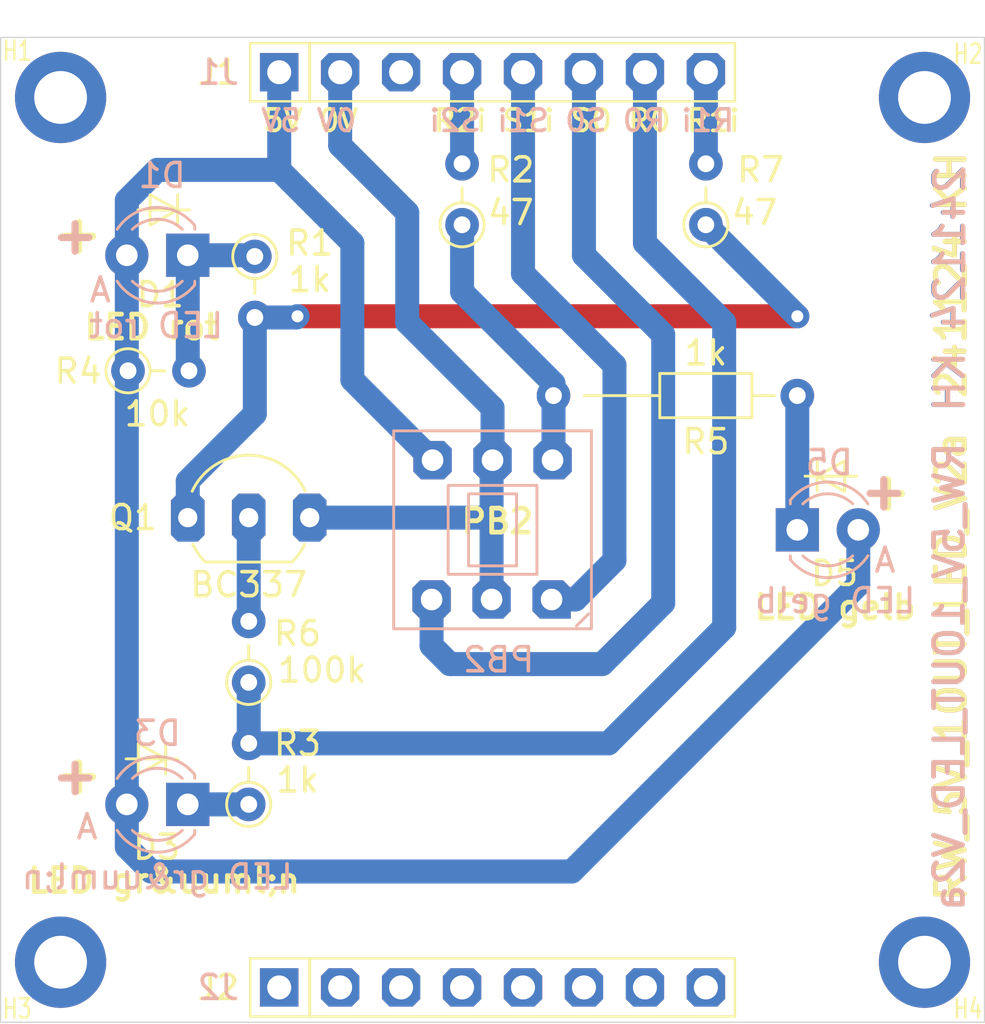
<source format=kicad_pcb>
(kicad_pcb (version 20240108) (generator "pcbnew") (generator_version "8.0")
  (layers (0 "F.Cu" signal) (31 "B.Cu" signal) (34 "B.Paste" user) (35 "F.Paste" user) (36 "B.SilkS" user "B.Silkscreen") (37 "F.SilkS" user "F.Silkscreen") (38 "B.Mask" user) (39 "F.Mask" user) (44 "Edge.Cuts" user))
  (net 0 "")
  (net 1 "Net-(D1-K)")
  (net 2 "/V_I2C")
  (net 3 "/R2i")
  (net 4 "Net-(D3-K)")
  (net 5 "Net-(D5-K)")
  (net 6 "/S1i")
  (net 7 "/0V")
  (net 8 "/R1i")
  (net 12 "/S0")
  (net 15 "/R0")
  (net 20 "Net-(Q1-B)")
  (net 21 "Net-(Q1-C)")
  (net 22 "Net-(PB2-C-Pad6)")
  (footprint "Resistor_THT:R_Axial_DIN0204_L3.6mm_D1.6mm_P2.54mm_Vertical" (layer "F.Cu") (at 41.91 55.88 90)
    (property "Reference" "R3" (at 2.54 2.032 180) (layer "F.SilkS"))
    (property "Value" "1k")
    (fp_line (start 0.92 0) (end 1.54 0) (stroke (width 0.12)) (layer "F.SilkS"))
    (fp_circle (center 0 0) (end 0.92 0) (stroke (width 0.12)) (fill none) (layer "F.SilkS"))
    (pad "1" thru_hole circle (at 0 0 90) (size 1.4 1.4) (drill 0.7) (layers "*.Cu" "*.Mask") (net 4 "Net-(D3-K)"))
    (pad "2" thru_hole oval (at 2.54 0 90) (size 1.4 1.4) (drill 0.7) (layers "*.Cu" "*.Mask") (net 15 "/R0"))
  )
  (footprint "_kh_library:R_Axial_DIN0204_L3.6mm_D1.6mm_P2.54mm_Vertical_kh" (layer "F.Cu") (at 36.88 37.829)
    (property "Reference" "R4" (at -2.082 0.017 0) (layer "F.SilkS"))
    (property "Value" "10k")
    (fp_line (start 0.92 0) (end 1.54 0) (stroke (width 0.12)) (layer "F.SilkS"))
    (fp_circle (center 0 0) (end 0.92 0) (stroke (width 0.12)) (fill none) (layer "F.SilkS"))
    (pad "1" thru_hole circle (at 0 0) (size 1.4 1.4) (drill 0.7) (layers "*.Cu" "*.Mask") (net 2 "/V_I2C"))
    (pad "2" thru_hole oval (at 2.54 0) (size 1.4 1.4) (drill 0.7) (layers "*.Cu" "*.Mask") (net 1 "Net-(D1-K)"))
  )
  (footprint "Resistor_THT:R_Axial_DIN0204_L3.6mm_D1.6mm_P2.54mm_Vertical" (layer "F.Cu") (at 50.8 31.75 90)
    (property "Reference" "R2" (at 2.286 2.032 180) (layer "F.SilkS"))
    (property "Value" "47")
    (fp_line (start 0.92 0) (end 1.54 0) (stroke (width 0.12)) (layer "F.SilkS"))
    (fp_circle (center 0 0) (end 0.92 0) (stroke (width 0.12)) (fill none) (layer "F.SilkS"))
    (pad "1" thru_hole circle (at 0 0 90) (size 1.4 1.4) (drill 0.7) (layers "*.Cu" "*.Mask") (net 22 "Net-(PB2-C-Pad6)"))
    (pad "2" thru_hole oval (at 2.54 0 90) (size 1.4 1.4) (drill 0.7) (layers "*.Cu" "*.Mask") (net 3 "/R2i"))
  )
  (footprint "_kh_library:MountingHole_2.2mm_M2_Pad_TopBottom_kh" (layer "F.Cu") (at 70.07 26.45)
    (property "Reference" "H2" (at 1.812 -1.812 0) (layer "F.SilkS") (effects (font (size 0.8 0.6) (thickness 0.1) (bold yes))))
    (property "Value" "MountingHole" (hide yes))
    (pad "1" thru_hole circle (at 0 0) (size 2.6 2.6) (drill 2.2) (layers "*.Cu" "*.Mask"))
    (pad "1" connect circle (at 0 0) (size 3.8 3.8) (layers "F.Cu" "F.Mask"))
    (pad "1" connect circle (at 0 0) (size 3.8 3.8) (layers "B.Cu" "B.Mask"))
  )
  (footprint "_kh_library:MountingHole_2.2mm_M2_Pad_TopBottom_kh" (layer "F.Cu") (at 34.07 26.45)
    (property "Reference" "H1" (at -1.812 -1.939 0) (layer "F.SilkS") (effects (font (size 0.8 0.6) (thickness 0.1) (bold yes))))
    (property "Value" "MountingHole" (hide yes))
    (pad "1" thru_hole circle (at 0 0) (size 2.6 2.6) (drill 2.2) (layers "*.Cu" "*.Mask"))
    (pad "1" connect circle (at 0 0) (size 3.8 3.8) (layers "F.Cu" "F.Mask"))
    (pad "1" connect circle (at 0 0) (size 3.8 3.8) (layers "B.Cu" "B.Mask"))
  )
  (footprint "_kh_library:R_Axial_DIN0204_L3.6mm_D1.6mm_P2.54mm_Vertical_kh" (layer "F.Cu") (at 41.91 50.8 90)
    (property "Reference" "R6" (at 2.032 2.032 180) (layer "F.SilkS"))
    (property "Value" "100k")
    (fp_line (start 0.92 0) (end 1.54 0) (stroke (width 0.12)) (layer "F.SilkS"))
    (fp_circle (center 0 0) (end 0.92 0) (stroke (width 0.12)) (fill none) (layer "F.SilkS"))
    (pad "1" thru_hole circle (at 0 0 90) (size 1.4 1.4) (drill 0.7) (layers "*.Cu" "*.Mask") (net 15 "/R0"))
    (pad "2" thru_hole oval (at 2.54 0 90) (size 1.4 1.4) (drill 0.7) (layers "*.Cu" "*.Mask") (net 20 "Net-(Q1-B)"))
  )
  (footprint "_kh_library:PinSocket_1x08_P2.54mm_Vertical_11mm_kh" (layer "F.Cu") (at 43.18 25.4 90)
    (property "Reference" "J1" (at 0 -2.54 180) (layer "F.SilkS"))
    (property "Value" "Conn_01x08_Pin")
    (fp_line (start -1.21 1.27) (end 1.21 1.27) (stroke (width 0.12)) (layer "F.SilkS"))
    (fp_rect (start -1.21 -1.21) (end 1.21 18.99) (stroke (width 0.1)) (fill none) (layer "F.SilkS"))
    (pad "1" thru_hole rect (at 0 0 90) (size 1.6 1.6) (drill 1) (layers "*.Cu" "*.Mask") (net 2 "/V_I2C"))
    (pad "2" thru_hole roundrect (at 0 2.54 90) (size 1.6 1.6) (drill 1) (layers "*.Cu" "*.Mask") (roundrect_rratio 0) (chamfer_ratio 0.2) (chamfer top_left top_right bottom_left bottom_right) (net 7 "/0V"))
    (pad "3" thru_hole roundrect (at 0 5.08 90) (size 1.6 1.6) (drill 1) (layers "*.Cu" "*.Mask") (roundrect_rratio 0) (chamfer_ratio 0.2) (chamfer top_left top_right bottom_left bottom_right))
    (pad "4" thru_hole roundrect (at 0 7.62 90) (size 1.6 1.6) (drill 1) (layers "*.Cu" "*.Mask") (roundrect_rratio 0) (chamfer_ratio 0.2) (chamfer top_left top_right bottom_left bottom_right) (net 3 "/R2i"))
    (pad "5" thru_hole roundrect (at 0 10.16 90) (size 1.6 1.6) (drill 1) (layers "*.Cu" "*.Mask") (roundrect_rratio 0) (chamfer_ratio 0.2) (chamfer top_left top_right bottom_left bottom_right) (net 6 "/S1i"))
    (pad "6" thru_hole roundrect (at 0 12.7 90) (size 1.6 1.6) (drill 1) (layers "*.Cu" "*.Mask") (roundrect_rratio 0) (chamfer_ratio 0.2) (chamfer top_left top_right bottom_left bottom_right) (net 12 "/S0"))
    (pad "7" thru_hole roundrect (at 0 15.24 90) (size 1.6 1.6) (drill 1) (layers "*.Cu" "*.Mask") (roundrect_rratio 0) (chamfer_ratio 0.2) (chamfer top_left top_right bottom_left bottom_right) (net 15 "/R0"))
    (pad "8" thru_hole roundrect (at 0 17.78 90) (size 1.6 1.6) (drill 1) (layers "*.Cu" "*.Mask") (roundrect_rratio 0) (chamfer_ratio 0.2) (chamfer top_left top_right bottom_left bottom_right) (net 8 "/R1i"))
  )
  (footprint "_kh_library:R_Axial_DIN0204_L3.6mm_D1.6mm_P10,16mm_Horizontal" (layer "F.Cu") (at 64.77 38.862 180)
    (property "Reference" "R5" (at 3.81 -1.92 180) (layer "F.SilkS"))
    (property "Value" "1k")
    (fp_line (start 8.89 0) (end 5.73 0) (stroke (width 0.12)) (layer "F.SilkS"))
    (fp_line (start 5.73 0.92) (end 5.73 -0.92) (stroke (width 0.12)) (layer "F.SilkS"))
    (fp_line (start 5.73 -0.92) (end 1.89 -0.92) (stroke (width 0.12)) (layer "F.SilkS"))
    (fp_line (start 1.89 0.92) (end 5.73 0.92) (stroke (width 0.12)) (layer "F.SilkS"))
    (fp_line (start 1.89 -0.92) (end 1.89 0.92) (stroke (width 0.12)) (layer "F.SilkS"))
    (fp_line (start 0.94 0) (end 1.89 0) (stroke (width 0.12)) (layer "F.SilkS"))
    (pad "1" thru_hole circle (at 0 0 180) (size 1.4 1.4) (drill 0.7) (layers "*.Cu" "*.Mask") (net 5 "Net-(D5-K)"))
    (pad "2" thru_hole oval (at 10.16 0 180) (size 1.4 1.4) (drill 0.7) (layers "*.Cu" "*.Mask") (net 22 "Net-(PB2-C-Pad6)"))
  )
  (footprint "_kh_library:TO-92_Inline_Wide_custom" (layer "F.Cu") (at 39.37 43.942)
    (property "Reference" "Q1" (at -2.286 0 0) (layer "F.SilkS"))
    (property "Value" "BC337")
    (fp_line (start 0.74 1.85) (end 4.34 1.85) (stroke (width 0.12)) (layer "F.SilkS"))
    (fp_arc (start 0.1836 -1.098807) (mid 1.143021 -2.192817) (end 2.54 -2.6) (stroke (width 0.12)) (layer "F.SilkS"))
    (fp_arc (start 0.74 1.85) (mid 0.446097 1.509328) (end 0.215816 1.122795) (stroke (width 0.12)) (layer "F.SilkS"))
    (fp_arc (start 2.54 -2.6) (mid 3.936979 -2.192818) (end 4.8964 -1.098807) (stroke (width 0.12)) (layer "F.SilkS"))
    (fp_arc (start 4.864184 1.122795) (mid 4.633903 1.509328) (end 4.34 1.85) (stroke (width 0.12)) (layer "F.SilkS"))
    (pad "1" thru_hole roundrect (at 0 0) (size 1.4 2) (drill 0.8) (layers "*.Cu" "*.Mask") (roundrect_rratio 0) (chamfer_ratio 0.2) (chamfer top_left top_right bottom_left bottom_right) (net 21 "Net-(Q1-C)"))
    (pad "2" thru_hole roundrect (at 2.54 0) (size 1.4 2) (drill 0.8) (layers "*.Cu" "*.Mask") (roundrect_rratio 0) (chamfer_ratio 0.2) (chamfer top_left top_right bottom_left bottom_right) (net 20 "Net-(Q1-B)"))
    (pad "3" thru_hole roundrect (at 5.08 0) (size 1.4 2) (drill 0.8) (layers "*.Cu" "*.Mask") (roundrect_rratio 0) (chamfer_ratio 0.2) (chamfer top_left top_right bottom_left bottom_right) (net 7 "/0V"))
  )
  (footprint "Resistor_THT:R_Axial_DIN0204_L3.6mm_D1.6mm_P2.54mm_Vertical" (layer "F.Cu") (at 60.96 31.75 90)
    (property "Reference" "R7" (at 2.286 2.286 180) (layer "F.SilkS"))
    (property "Value" "47")
    (fp_line (start 0.92 0) (end 1.54 0) (stroke (width 0.12)) (layer "F.SilkS"))
    (fp_circle (center 0 0) (end 0.92 0) (stroke (width 0.12)) (fill none) (layer "F.SilkS"))
    (pad "1" thru_hole circle (at 0 0 90) (size 1.4 1.4) (drill 0.7) (layers "*.Cu" "*.Mask") (net 21 "Net-(Q1-C)"))
    (pad "2" thru_hole oval (at 2.54 0 90) (size 1.4 1.4) (drill 0.7) (layers "*.Cu" "*.Mask") (net 8 "/R1i"))
  )
  (footprint "_kh_library:MountingHole_2.2mm_M2_Pad_TopBottom_kh" (layer "F.Cu") (at 34.07 62.45)
    (property "Reference" "H3" (at -1.812 1.939 0) (layer "F.SilkS") (effects (font (size 0.8 0.6) (thickness 0.1) (bold yes))))
    (property "Value" "MountingHole" (hide yes))
    (pad "1" thru_hole circle (at 0 0) (size 2.6 2.6) (drill 2.2) (layers "*.Cu" "*.Mask"))
    (pad "1" connect circle (at 0 0) (size 3.8 3.8) (layers "F.Cu" "F.Mask"))
    (pad "1" connect circle (at 0 0) (size 3.8 3.8) (layers "B.Cu" "B.Mask"))
  )
  (footprint "_kh_library:PinSocket_1x08_P2.54mm_Vertical_11mm_kh" (layer "F.Cu") (at 43.18 63.5 90)
    (property "Reference" "J2" (at 0 -2.54 0) (layer "F.SilkS"))
    (property "Value" "Conn_01x08_Pin")
    (fp_line (start -1.21 1.27) (end 1.21 1.27) (stroke (width 0.12)) (layer "F.SilkS"))
    (fp_rect (start -1.21 -1.21) (end 1.21 18.99) (stroke (width 0.1)) (fill none) (layer "F.SilkS"))
    (pad "1" thru_hole rect (at 0 0 90) (size 1.6 1.6) (drill 1) (layers "*.Cu" "*.Mask"))
    (pad "2" thru_hole roundrect (at 0 2.54 90) (size 1.6 1.6) (drill 1) (layers "*.Cu" "*.Mask") (roundrect_rratio 0) (chamfer_ratio 0.2) (chamfer top_left top_right bottom_left bottom_right))
    (pad "3" thru_hole roundrect (at 0 5.08 90) (size 1.6 1.6) (drill 1) (layers "*.Cu" "*.Mask") (roundrect_rratio 0) (chamfer_ratio 0.2) (chamfer top_left top_right bottom_left bottom_right))
    (pad "4" thru_hole roundrect (at 0 7.62 90) (size 1.6 1.6) (drill 1) (layers "*.Cu" "*.Mask") (roundrect_rratio 0) (chamfer_ratio 0.2) (chamfer top_left top_right bottom_left bottom_right))
    (pad "5" thru_hole roundrect (at 0 10.16 90) (size 1.6 1.6) (drill 1) (layers "*.Cu" "*.Mask") (roundrect_rratio 0) (chamfer_ratio 0.2) (chamfer top_left top_right bottom_left bottom_right))
    (pad "6" thru_hole roundrect (at 0 12.7 90) (size 1.6 1.6) (drill 1) (layers "*.Cu" "*.Mask") (roundrect_rratio 0) (chamfer_ratio 0.2) (chamfer top_left top_right bottom_left bottom_right))
    (pad "7" thru_hole roundrect (at 0 15.24 90) (size 1.6 1.6) (drill 1) (layers "*.Cu" "*.Mask") (roundrect_rratio 0) (chamfer_ratio 0.2) (chamfer top_left top_right bottom_left bottom_right))
    (pad "8" thru_hole roundrect (at 0 17.78 90) (size 1.6 1.6) (drill 1) (layers "*.Cu" "*.Mask") (roundrect_rratio 0) (chamfer_ratio 0.2) (chamfer top_left top_right bottom_left bottom_right))
  )
  (footprint "_kh_library:MountingHole_2.2mm_M2_Pad_TopBottom_kh" (layer "F.Cu") (at 70.07 62.45)
    (property "Reference" "H4" (at 1.812 1.939 0) (layer "F.SilkS") (effects (font (size 0.8 0.6) (thickness 0.1) (bold yes))))
    (property "Value" "MountingHole" (hide yes))
    (pad "1" thru_hole circle (at 0 0) (size 2.6 2.6) (drill 2.2) (layers "*.Cu" "*.Mask"))
    (pad "1" connect circle (at 0 0) (size 3.8 3.8) (layers "F.Cu" "F.Mask"))
    (pad "1" connect circle (at 0 0) (size 3.8 3.8) (layers "B.Cu" "B.Mask"))
  )
  (footprint "Resistor_THT:R_Axial_DIN0204_L3.6mm_D1.6mm_P2.54mm_Vertical" (layer "F.Cu") (at 42.164 33.07 -90)
    (property "Reference" "R1" (at -0.558 -2.286 180) (layer "F.SilkS"))
    (property "Value" "1k")
    (fp_line (start 0.92 0) (end 1.54 0) (stroke (width 0.12)) (layer "F.SilkS"))
    (fp_circle (center 0 0) (end 0.92 0) (stroke (width 0.12)) (fill none) (layer "F.SilkS"))
    (pad "1" thru_hole circle (at 0 0 270) (size 1.4 1.4) (drill 0.7) (layers "*.Cu" "*.Mask") (net 1 "Net-(D1-K)"))
    (pad "2" thru_hole oval (at 2.54 0 270) (size 1.4 1.4) (drill 0.7) (layers "*.Cu" "*.Mask") (net 21 "Net-(Q1-C)"))
  )
  (footprint "LED_THT:LED_D3.0mm" (layer "B.Cu") (at 39.37 33.02 180)
    (property "Reference" "D1" (at 1.07 3.32 0) (layer "B.SilkS") (effects (justify mirror)))
    (property "Value" "LED rot")
    (fp_line (start -0.29 1.08) (end -0.29 1.236) (stroke (width 0.12)) (layer "B.SilkS"))
    (fp_line (start -0.29 -1.236) (end -0.29 -1.08) (stroke (width 0.12)) (layer "B.SilkS"))
    (fp_arc (start 2.942335 1.078608) (mid 1.366487 1.987659) (end -0.29 1.235516) (stroke (width 0.12)) (layer "B.SilkS"))
    (fp_arc (start 2.31113 1.079837) (mid 1.270117 1.5) (end 0.229039 1.08) (stroke (width 0.12)) (layer "B.SilkS"))
    (fp_arc (start 0.229039 -1.08) (mid 1.270117 -1.5) (end 2.31113 -1.079837) (stroke (width 0.12)) (layer "B.SilkS"))
    (fp_arc (start -0.29 -1.235516) (mid 1.366487 -1.987659) (end 2.942335 -1.078608) (stroke (width 0.12)) (layer "B.SilkS"))
    (pad "1" thru_hole rect (at 0 0 180) (size 1.8 1.8) (drill 0.9) (layers "*.Cu" "*.Mask") (net 1 "Net-(D1-K)"))
    (pad "2" thru_hole circle (at 2.54 0 180) (size 1.8 1.8) (drill 0.9) (layers "*.Cu" "*.Mask") (net 2 "/V_I2C"))
  )
  (footprint "LED_THT:LED_D3.0mm" (layer "B.Cu") (at 39.37 55.88 180)
    (property "Reference" "D3" (at 1.27 2.96 0) (layer "B.SilkS") (effects (justify mirror)))
    (property "Value" "LED gr&uuml;n")
    (fp_line (start -0.29 1.08) (end -0.29 1.236) (stroke (width 0.12)) (layer "B.SilkS"))
    (fp_line (start -0.29 -1.236) (end -0.29 -1.08) (stroke (width 0.12)) (layer "B.SilkS"))
    (fp_arc (start 2.942335 1.078608) (mid 1.366487 1.987659) (end -0.29 1.235516) (stroke (width 0.12)) (layer "B.SilkS"))
    (fp_arc (start 2.31113 1.079837) (mid 1.270117 1.5) (end 0.229039 1.08) (stroke (width 0.12)) (layer "B.SilkS"))
    (fp_arc (start 0.229039 -1.08) (mid 1.270117 -1.5) (end 2.31113 -1.079837) (stroke (width 0.12)) (layer "B.SilkS"))
    (fp_arc (start -0.29 -1.235516) (mid 1.366487 -1.987659) (end 2.942335 -1.078608) (stroke (width 0.12)) (layer "B.SilkS"))
    (pad "1" thru_hole rect (at 0 0 180) (size 1.8 1.8) (drill 0.9) (layers "*.Cu" "*.Mask") (net 4 "Net-(D3-K)"))
    (pad "2" thru_hole circle (at 2.54 0 180) (size 1.8 1.8) (drill 0.9) (layers "*.Cu" "*.Mask") (net 2 "/V_I2C"))
  )
  (footprint "LED_THT:LED_D3.0mm" (layer "B.Cu") (at 64.77 44.45)
    (property "Reference" "D5" (at 1.33 -2.8 180) (layer "B.SilkS") (effects (justify mirror)))
    (property "Value" "LED gelb")
    (fp_line (start -0.29 -1.236) (end -0.29 -1.08) (stroke (width 0.12)) (layer "B.SilkS"))
    (fp_line (start -0.29 1.08) (end -0.29 1.236) (stroke (width 0.12)) (layer "B.SilkS"))
    (fp_arc (start -0.29 -1.235516) (mid 1.366487 -1.987659) (end 2.942335 -1.078608) (stroke (width 0.12)) (layer "B.SilkS"))
    (fp_arc (start 0.229039 -1.08) (mid 1.270117 -1.5) (end 2.31113 -1.079837) (stroke (width 0.12)) (layer "B.SilkS"))
    (fp_arc (start 2.31113 1.079837) (mid 1.270117 1.5) (end 0.229039 1.08) (stroke (width 0.12)) (layer "B.SilkS"))
    (fp_arc (start 2.942335 1.078608) (mid 1.366487 1.987659) (end -0.29 1.235516) (stroke (width 0.12)) (layer "B.SilkS"))
    (pad "1" thru_hole rect (at 0 0) (size 1.8 1.8) (drill 0.9) (layers "*.Cu" "*.Mask") (net 5 "Net-(D5-K)"))
    (pad "2" thru_hole circle (at 2.54 0) (size 1.8 1.8) (drill 0.9) (layers "*.Cu" "*.Mask") (net 2 "/V_I2C"))
  )
  (footprint "_kh_library:SW_Push_DPDT_8x8" (layer "B.Cu") (at 54.57 47.35 180)
    (property "Reference" "PB2" (at 2.246 -2.5102 0) (layer "B.SilkS") (effects (justify mirror)))
    (property "Value" "SW_Push_DPDT_8x8")
    (fp_line (start -1 -1.1) (end -1.5 -0.6) (stroke (width 0.12)) (layer "B.SilkS"))
    (fp_rect (start 1.5 1.4) (end 3.5 4.4) (stroke (width 0.12)) (fill none) (layer "B.SilkS"))
    (fp_rect (start 0.65 1.05) (end 4.35 4.75) (stroke (width 0.12)) (fill none) (layer "B.SilkS"))
    (fp_rect (start -1.62 7.02) (end 6.62 -1.22) (stroke (width 0.12)) (fill none) (layer "B.SilkS"))
    (pad "1" thru_hole roundrect (at 0.04 0 180) (size 1.6 1.6) (drill 0.9) (layers "*.Cu" "*.Mask") (roundrect_rratio 0) (chamfer_ratio 0.2) (chamfer top_right bottom_left bottom_right) (net 6 "/S1i"))
    (pad "2" thru_hole roundrect (at 2.54 0 180) (size 1.6 1.6) (drill 0.9) (layers "*.Cu" "*.Mask") (roundrect_rratio 0) (chamfer_ratio 0.2) (chamfer top_left top_right bottom_left bottom_right) (net 7 "/0V"))
    (pad "3" thru_hole roundrect (at 5.04 0 180) (size 1.6 1.6) (drill 0.9) (layers "*.Cu" "*.Mask") (roundrect_rratio 0) (chamfer_ratio 0.2) (chamfer top_left top_right bottom_left bottom_right) (net 12 "/S0"))
    (pad "4" thru_hole roundrect (at 5 5.8 180) (size 1.6 1.6) (drill 0.9) (layers "*.Cu" "*.Mask") (roundrect_rratio 0) (chamfer_ratio 0.2) (chamfer top_left top_right bottom_left bottom_right) (net 2 "/V_I2C"))
    (pad "5" thru_hole roundrect (at 2.5 5.8 180) (size 1.6 1.6) (drill 0.9) (layers "*.Cu" "*.Mask") (roundrect_rratio 0) (chamfer_ratio 0.2) (chamfer top_left top_right bottom_left bottom_right) (net 7 "/0V"))
    (pad "6" thru_hole roundrect (at 0 5.8 180) (size 1.6 1.6) (drill 0.9) (layers "*.Cu" "*.Mask") (roundrect_rratio 0) (chamfer_ratio 0.2) (chamfer top_left top_right bottom_left bottom_right) (net 22 "Net-(PB2-C-Pad6)"))
  )
  (gr_poly (pts (xy 38.45 53.985) (xy 37.307 53.35) (xy 37.307 54.62)) (stroke (width 0.12)) (fill none) (layer "F.SilkS"))
  (gr_line (start 37.292 31.135) (end 39.451 31.135) (stroke (width 0.12)) (layer "F.SilkS"))
  (gr_line (start 65.6 42.85) (end 65.6 41.58) (stroke (width 0.12)) (layer "F.SilkS"))
  (gr_line (start 38.943 30.5) (end 38.943 31.77) (stroke (width 0.12)) (layer "F.SilkS"))
  (gr_poly (pts (xy 65.6 42.215) (xy 66.743 42.85) (xy 66.743 41.58)) (stroke (width 0.12)) (fill none) (layer "F.SilkS"))
  (gr_poly (pts (xy 38.943 31.135) (xy 37.8 30.5) (xy 37.8 31.77)) (stroke (width 0.12)) (fill none) (layer "F.SilkS"))
  (gr_line (start 67.251 42.215) (end 65.092 42.215) (stroke (width 0.12)) (layer "F.SilkS"))
  (gr_line (start 38.45 53.35) (end 38.45 54.62) (stroke (width 0.12)) (layer "F.SilkS"))
  (gr_line (start 36.799 53.985) (end 38.958 53.985) (stroke (width 0.12)) (layer "F.SilkS"))
  (gr_rect (start 31.57 23.95) (end 72.57 64.95) (stroke (width 0.05)) (fill none) (layer "Edge.Cuts"))
  (gr_text "RW_5V_1OUT_LED_V2a" (at 71.882 60.0202 90) (layer "F.Cu") (effects (font (size 1.2 1.2) (thickness 0.2) (bold yes)) (justify left bottom)))
  (gr_text "241124 KH" (at 71.882 39.0906 90) (layer "F.Cu") (effects (font (size 1.2 1.2) (thickness 0.2) (bold yes)) (justify left bottom)))
  (gr_text "RW_5V_1OUT_LED_V2a" (at 71.8058 40.6908 90) (layer "B.Cu") (effects (font (size 1.2 1.2) (thickness 0.2) (bold yes)) (justify left bottom mirror)))
  (gr_text "241124 KH" (at 71.8058 29.1592 90) (layer "B.Cu") (effects (font (size 1.2 1.2) (thickness 0.2) (bold yes)) (justify left bottom mirror)))
  (gr_text "A" (at 36.25 35.05 0) (layer "B.SilkS") (effects (font (size 1 1) (thickness 0.15) (bold yes)) (justify left bottom mirror)))
  (gr_text "J2" (at 40.64 63.5 0) (layer "B.SilkS") (effects (font (size 1 1)) (justify mirror)))
  (gr_text "+" (at 35.8 33.05 0) (layer "B.SilkS") (effects (font (size 1.5 1.5) (thickness 0.3) (bold yes)) (justify left bottom mirror)))
  (gr_text "A" (at 35.7 57.4 0) (layer "B.SilkS") (effects (font (size 1 1) (thickness 0.15) (bold yes)) (justify left bottom mirror)))
  (gr_text "A" (at 68.95 46.3 0) (layer "B.SilkS") (effects (font (size 1 1) (thickness 0.15) (bold yes)) (justify left bottom mirror)))
  (gr_text "+" (at 35.8 55.55 0) (layer "B.SilkS") (effects (font (size 1.5 1.5) (thickness 0.3) (bold yes)) (justify left bottom mirror)))
  (gr_text "LED gr&uuml;n" (at 38.1 58.9 0) (layer "B.SilkS") (effects (font (size 1 1)) (justify mirror)))
  (gr_text "R1i R0 S0 S1i S2i" (at 62.23 27.94 0) (layer "B.SilkS") (effects (font (size 0.9 0.9) (thickness 0.15) (bold yes)) (justify left bottom mirror)))
  (gr_text "241124 KH" (at 71.8312 29.1592 90) (layer "B.SilkS") (effects (font (size 1.2 1.2) (thickness 0.2) (bold yes)) (justify left bottom mirror)))
  (gr_text "0V 5V" (at 46.482 27.94 0) (layer "B.SilkS") (effects (font (size 0.9 0.9) (thickness 0.15) (bold yes)) (justify left bottom mirror)))
  (gr_text "LED gelb" (at 66.35 47.4 0) (layer "B.SilkS") (effects (font (size 1 1)) (justify mirror)))
  (gr_text "J1" (at 40.64 25.4 0) (layer "B.SilkS") (effects (font (size 1 1)) (justify mirror)))
  (gr_text "+" (at 69.5 43.7 0) (layer "B.SilkS") (effects (font (size 1.5 1.5) (thickness 0.3) (bold yes)) (justify left bottom mirror)))
  (gr_text "LED rot" (at 38.05 35.95 0) (layer "B.SilkS") (effects (font (size 1 1)) (justify mirror)))
  (gr_text "RW_5V_1OUT_LED_V2a" (at 71.8058 40.6908 90) (layer "B.SilkS") (effects (font (size 1.2 1.2) (thickness 0.2) (bold yes)) (justify left bottom mirror)))
  (gr_text "RW_5V_1OUT_LED_V2a" (at 71.882 60.0202 90) (layer "F.SilkS") (effects (font (size 1.2 1.2) (thickness 0.2) (bold yes)) (justify left bottom)))
  (gr_text "47" (at 62.992 31.242 0) (layer "F.SilkS") (effects (font (size 1 1))))
  (gr_text "R2i S1i S0 R0 R1i" (at 49.53 27.94 0) (layer "F.SilkS") (effects (font (size 0.9 0.9) (thickness 0.15) (bold yes)) (justify left bottom)))
  (gr_text "+" (at 33.7 55.5 0) (layer "F.SilkS") (effects (font (size 1.5 1.5) (thickness 0.3) (bold yes)) (justify left bottom)))
  (gr_text "LED rot" (at 37.8714 36.0172 0) (layer "F.SilkS") (effects (font (size 1 1) (thickness 0.2) (bold yes))))
  (gr_text "47" (at 52.832 31.242 0) (layer "F.SilkS") (effects (font (size 1 1))))
  (gr_text "LED gr&uuml;n" (at 38.3794 59.055 0) (layer "F.SilkS") (effects (font (size 1 1) (thickness 0.2) (bold yes))))
  (gr_text "BC337" (at 41.91 46.736 0) (layer "F.SilkS") (effects (font (size 1 1))))
  (gr_text "D3" (at 37 58.25 0) (layer "F.SilkS") (effects (font (size 1 1)) (justify left bottom)))
  (gr_text "5V 0V" (at 42.418 27.94 0) (layer "F.SilkS") (effects (font (size 0.9 0.9) (thickness 0.15) (bold yes)) (justify left bottom)))
  (gr_text "D5" (at 65.25 46.85 0) (layer "F.SilkS") (effects (font (size 1 1)) (justify left bottom)))
  (gr_text "100k" (at 44.958 50.292 0) (layer "F.SilkS") (effects (font (size 1 1))))
  (gr_text "1k" (at 44.45 34.036 0) (layer "F.SilkS") (effects (font (size 1 1))))
  (gr_text "+" (at 33.7 33 0) (layer "F.SilkS") (effects (font (size 1.5 1.5) (thickness 0.3) (bold yes)) (justify left bottom)))
  (gr_text "+" (at 67.4034 43.7136 0) (layer "F.SilkS") (effects (font (size 1.5 1.5) (thickness 0.3) (bold yes)) (justify left bottom)))
  (gr_text "241124 KH" (at 71.882 39.0906 90) (layer "F.SilkS") (effects (font (size 1.2 1.2) (thickness 0.2) (bold yes)) (justify left bottom)))
  (gr_text "PB2" (at 52.2732 44.0944 0) (layer "F.SilkS") (effects (font (size 1 1) (thickness 0.2) (bold yes))))
  (gr_text "1k" (at 60.96 37.084 0) (layer "F.SilkS") (effects (font (size 1 1))))
  (gr_text "D1" (at 37.15 35.25 0) (layer "F.SilkS") (effects (font (size 1 1)) (justify left bottom)))
  (gr_text "1k" (at 43.942 54.864 0) (layer "F.SilkS") (effects (font (size 1 1))))
  (gr_text "10k" (at 38.1 39.624 0) (layer "F.SilkS") (effects (font (size 1 1))))
  (gr_text "LED gelb" (at 66.3448 47.6758 0) (layer "F.SilkS") (effects (font (size 1 1) (thickness 0.2) (bold yes))))
  (segment (start 39.37 33.02) (end 42.114 33.02) (width 1) (layer "B.Cu") (net 1))
  (segment (start 39.37 33.02) (end 39.37 37.779) (width 1) (layer "B.Cu") (net 1))
  (segment (start 38.1 29.464) (end 43.18 29.464) (width 1) (layer "B.Cu") (net 2))
  (segment (start 38.1 29.464) (end 36.83 30.734) (width 1) (layer "B.Cu") (net 2))
  (segment (start 36.83 37.879) (end 36.83 55.88) (width 1) (layer "B.Cu") (net 2))
  (segment (start 46.228 32.512) (end 46.228 38.208) (width 1) (layer "B.Cu") (net 2))
  (segment (start 43.18 29.464) (end 46.228 32.512) (width 1) (layer "B.Cu") (net 2))
  (segment (start 67.31 44.45) (end 67.31 46.736) (width 1) (layer "B.Cu") (net 2))
  (segment (start 36.83 57.658) (end 36.83 55.88) (width 1) (layer "B.Cu") (net 2))
  (segment (start 36.83 30.734) (end 36.83 33.02) (width 1) (layer "B.Cu") (net 2))
  (segment (start 43.18 25.4) (end 43.18 29.464) (width 1) (layer "B.Cu") (net 2))
  (segment (start 55.372 58.674) (end 37.846 58.674) (width 1) (layer "B.Cu") (net 2))
  (segment (start 36.83 33.02) (end 36.83 37.779) (width 1) (layer "B.Cu") (net 2))
  (segment (start 67.31 46.736) (end 55.372 58.674) (width 1) (layer "B.Cu") (net 2))
  (segment (start 37.846 58.674) (end 36.83 57.658) (width 1) (layer "B.Cu") (net 2))
  (segment (start 46.228 38.208) (end 49.57 41.55) (width 1) (layer "B.Cu") (net 2))
  (segment (start 50.8 25.4) (end 50.8 29.21) (width 1) (layer "B.Cu") (net 3))
  (segment (start 39.37 55.88) (end 41.91 55.88) (width 1) (layer "B.Cu") (net 4))
  (segment (start 64.77 38.862) (end 64.77 44.45) (width 1) (layer "B.Cu") (net 5))
  (segment (start 57.15 45.72) (end 55.52 47.35) (width 1) (layer "B.Cu") (net 6))
  (segment (start 55.52 47.35) (end 54.53 47.35) (width 1) (layer "B.Cu") (net 6))
  (segment (start 53.34 25.4) (end 53.34 33.782) (width 1) (layer "B.Cu") (net 6))
  (segment (start 57.15 37.592) (end 57.15 45.72) (width 1) (layer "B.Cu") (net 6))
  (segment (start 53.34 33.782) (end 57.15 37.592) (width 1) (layer "B.Cu") (net 6))
  (segment (start 45.72 25.4) (end 45.72 28.448) (width 1) (layer "B.Cu") (net 7))
  (segment (start 48.514 35.814) (end 52.07 39.37) (width 1) (layer "B.Cu") (net 7))
  (segment (start 52.07 39.37) (end 52.07 41.55) (width 1) (layer "B.Cu") (net 7))
  (segment (start 52.03 47.35) (end 52.03 43.942) (width 1) (layer "B.Cu") (net 7))
  (segment (start 48.514 31.242) (end 48.514 35.814) (width 1) (layer "B.Cu") (net 7))
  (segment (start 45.72 28.448) (end 48.514 31.242) (width 1) (layer "B.Cu") (net 7))
  (segment (start 52.03 43.942) (end 52.03 41.59) (width 1) (layer "B.Cu") (net 7))
  (segment (start 44.45 43.942) (end 52.03 43.942) (width 1) (layer "B.Cu") (net 7))
  (segment (start 60.96 29.21) (end 60.96 25.4) (width 1) (layer "B.Cu") (net 8))
  (segment (start 56.642 50.038) (end 50.292 50.038) (width 1) (layer "B.Cu") (net 12))
  (segment (start 55.88 25.4) (end 55.88 33.02) (width 1) (layer "B.Cu") (net 12))
  (segment (start 59.182 36.322) (end 59.182 47.498) (width 1) (layer "B.Cu") (net 12))
  (segment (start 55.88 33.02) (end 59.182 36.322) (width 1) (layer "B.Cu") (net 12))
  (segment (start 50.292 50.038) (end 49.53 49.276) (width 1) (layer "B.Cu") (net 12))
  (segment (start 59.182 47.498) (end 56.642 50.038) (width 1) (layer "B.Cu") (net 12))
  (segment (start 49.53 49.276) (end 49.53 47.35) (width 1) (layer "B.Cu") (net 12))
  (segment (start 41.91 50.8) (end 41.91 53.34) (width 1) (layer "B.Cu") (net 15))
  (segment (start 58.42 32.512) (end 61.722 35.814) (width 1) (layer "B.Cu") (net 15))
  (segment (start 61.722 48.514) (end 56.896 53.34) (width 1) (layer "B.Cu") (net 15))
  (segment (start 61.722 35.814) (end 61.722 48.514) (width 1) (layer "B.Cu") (net 15))
  (segment (start 58.42 25.4) (end 58.42 32.512) (width 1) (layer "B.Cu") (net 15))
  (segment (start 56.896 53.34) (end 41.91 53.34) (width 1) (layer "B.Cu") (net 15))
  (segment (start 41.91 43.942) (end 41.91 48.26) (width 1) (layer "B.Cu") (net 20))
  (segment (start 64.77 35.56) (end 43.942 35.56) (width 1) (layer "F.Cu") (net 21))
  (via (at 43.942 35.56) (size 1) (drill 0.5) (layers "F.Cu" "B.Cu") (net 21))
  (via (at 64.77 35.56) (size 1) (drill 0.5) (layers "F.Cu" "B.Cu") (net 21))
  (segment (start 42.164 35.61) (end 43.892 35.61) (width 1) (layer "B.Cu") (net 21))
  (segment (start 43.892 35.61) (end 43.942 35.56) (width 1) (layer "B.Cu") (net 21))
  (segment (start 39.37 43.942) (end 39.37 42.418) (width 1) (layer "B.Cu") (net 21))
  (segment (start 64.77 35.56) (end 60.96 31.75) (width 1) (layer "B.Cu") (net 21))
  (segment (start 39.37 42.418) (end 42.164 39.624) (width 1) (layer "B.Cu") (net 21))
  (segment (start 42.164 39.624) (end 42.164 35.61) (width 1) (layer "B.Cu") (net 21))
  (segment (start 54.61 38.862) (end 54.61 41.51) (width 1) (layer "B.Cu") (net 22))
  (segment (start 50.8 31.75) (end 50.8 34.544) (width 1) (layer "B.Cu") (net 22))
  (segment (start 54.61 38.354) (end 54.61 38.862) (width 1) (layer "B.Cu") (net 22))
  (segment (start 50.8 34.544) (end 54.61 38.354) (width 1) (layer "B.Cu") (net 22))
)
</source>
